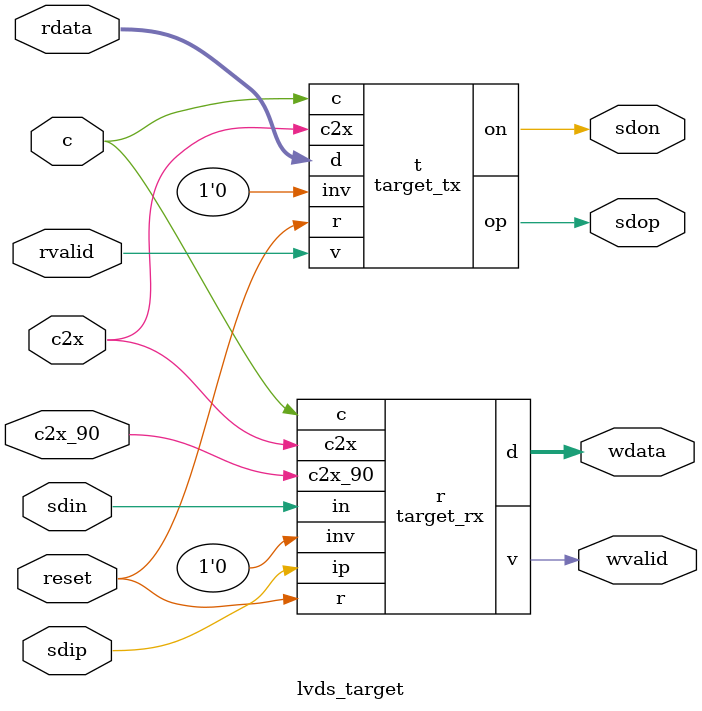
<source format=v>
/*
 * Copyright (C) 2014-2015 Harmon Instruments, LLC
 *
 * This program is free software: you can redistribute it and/or modify
 * it under the terms of the GNU General Public License as published by
 * the Free Software Foundation, either version 3 of the License, or
 * (at your option) any later version.
 *
 * This program is distributed in the hope that it will be useful,
 * but WITHOUT ANY WARRANTY; without even the implied warranty of
 * MERCHANTABILITY or FITNESS FOR A PARTICULAR PURPOSE.  See the
 * GNU General Public License for more details.
 *
 * You should have received a copy of the GNU General Public License
 * along with this program.  If not, see <http://www.gnu.org/licenses/
 *
 * LVDS remote IO
 *
 */

`timescale 1ns / 1ps

module target_tx(input c, c2x, inv, r, v, input [65:0] d, output op, on);

   reg [66:0] sr = ~67'h0;

   oserdes_4x oserdes_tx
     (.c(c2x), .cdiv(c), .t(r), .din({sr[63], sr[64], sr[65], sr[66]}), .op(op), .on(on));

   always @ (posedge c)
     sr <= v ? {1'b0, d} : {sr[64:0], 4'hF};
endmodule

module target_rx
  (
   input 	     c, // 200 MHz
   input 	     c2x, c2x_90, // 400 MHz, 400 MHz 90 deg
   input 	     ip, in, // diff pair in
   input 	     inv,
   input 	     r, // reset
   output reg [65:0] d,
   output reg 	     v = 0);

   wire [7:0] 	     d2;

   oversample_8x oversample (.c(c2x), .c90(c2x_90), .r(r), .ip(ip), .in(in), .o(d2));

   wire [3:0] 	     d3;
   wire 	     v3;

   dru dru(.c(c2x), .i(d2 ^ (inv ? 8'h55 : 8'hAA)), .d(d3), .v(v3));

   reg [3:0]   d4;
   reg 	       v4;
   reg [61:0]  d5;

   always @ (posedge c) begin
      d4 <= d3;
      v4 <= v3;
      d5 <= {d5[35:0],d4};
      if(v4)
	d <= {d5,d4};
      v <= v4;
   end
endmodule

module lvds_target
  (
   input 	 c, c2x, c2x_90,
   input 	 reset,
   input 	 sdip, sdin,
   output 	 sdop, sdon,
   output 	 wvalid,
   output [65:0] wdata,
   input 	 rvalid,
   input [65:0]  rdata
   );

   parameter TINV = 1'b0;
   parameter RINV = 1'b0;

   target_rx r(.c(c), .c2x(c2x), .c2x_90(c2x_90),
	       .r(reset),
	       .ip(sdip), .in(sdin),
	       .inv(RINV),
	       .d(wdata),
	       .v(wvalid));
   target_tx t(.c(c),
	       .c2x(c2x),
	       .inv(TINV),
	       .r(reset),
	       .d(rdata),
	       .v(rvalid),
	       .op(sdop),
	       .on(sdon));

endmodule

</source>
